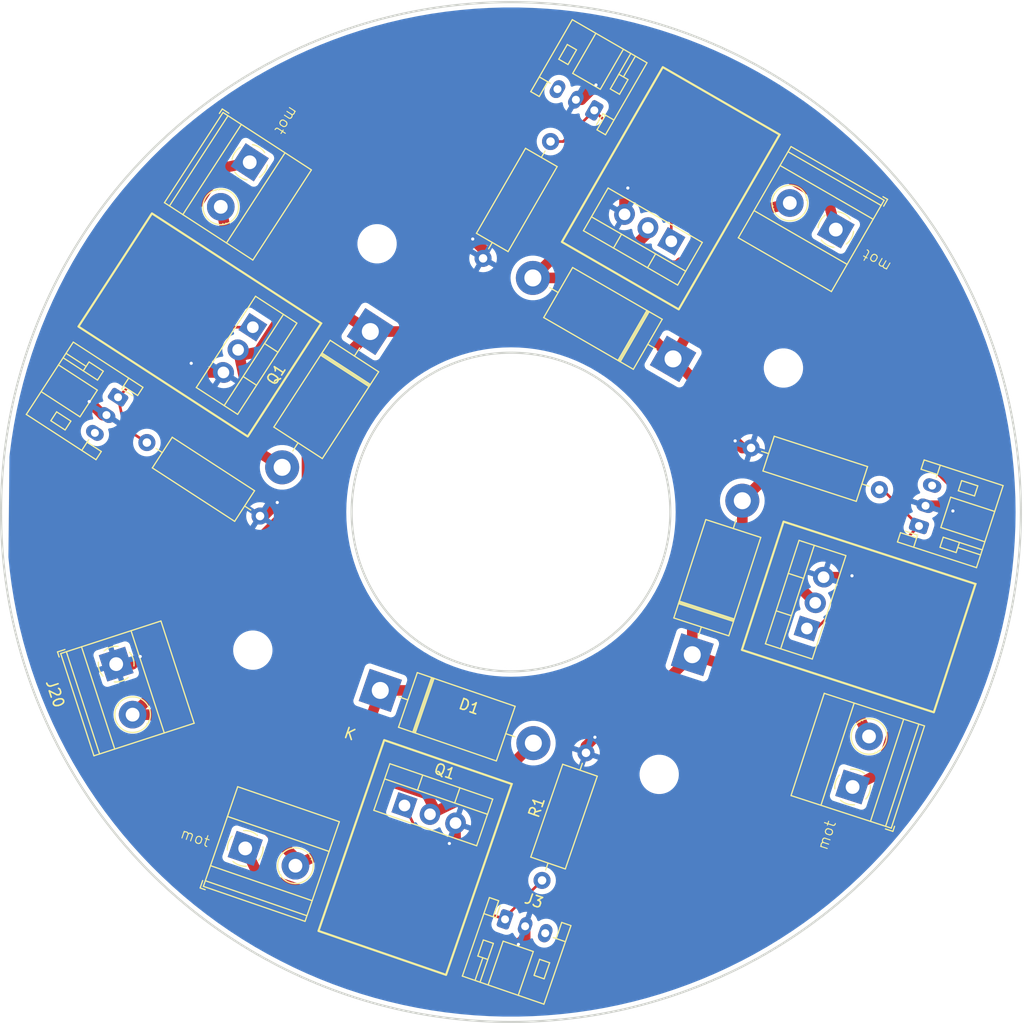
<source format=kicad_pcb>
(kicad_pcb (version 20240108) (generator "pcbnew") (generator_version "8.0")
  (title_block (title "cloches sous tension") (date "2024-12-05") (rev "1") (company "elif"))
  (layers (0 "F.Cu" signal) (1 "In1.Cu" signal) (2 "In2.Cu" signal) (31 "B.Cu" signal) (34 "B.Paste" user) (35 "F.Paste" user) (36 "B.SilkS" user "B.Silkscreen") (37 "F.SilkS" user "F.Silkscreen") (38 "B.Mask" user) (39 "F.Mask" user) (44 "Edge.Cuts" user))
  (net 0 "")
  (net 1 "+48V")
  (net 2 "io0")
  (net 3 "GND")
  (footprint "MountingHole:MountingHole_3.2mm_M3" (layer "F.Cu") (at 172.556228 74.467442 73)
    (property "Reference" "H1" (hide yes))
    (property "Value" "MountingHole" (hide yes))
    (pad "" np_thru_hole circle (at 0 0 73) (size 3.2 3.2) (drill 3.2) (layers "*.Mask" "F.Cu" "In1.Cu" "In2.Cu" "B.Cu"))
  )
  (footprint "Diode_THT:D_DO-201AD_P15.24mm_Horizontal" (layer "F.Cu") (at 133.670091 71.035182 -123)
    (property "Reference" "D1" (hide yes))
    (property "Value" "1N5404")
    (fp_line (start 12.49 2.719999) (end 12.49 -2.720001) (stroke (width 0.12)) (layer "F.SilkS"))
    (fp_line (start 13.400001 0.000002) (end 12.49 -0.000001) (stroke (width 0.12)) (layer "F.SilkS"))
    (fp_line (start 12.49 -2.720001) (end 2.75 -2.719997) (stroke (width 0.12)) (layer "F.SilkS"))
    (fp_line (start 2.749999 2.720003) (end 12.49 2.719999) (stroke (width 0.12)) (layer "F.SilkS"))
    (fp_line (start 1.839998 -0.000001) (end 2.749999 0.000001) (stroke (width 0.12)) (layer "F.SilkS"))
    (fp_line (start 4.415 -2.719999) (end 4.414999 2.719999) (stroke (width 0.12)) (layer "F.SilkS"))
    (fp_line (start 4.294998 -2.720001) (end 4.295003 2.719999) (stroke (width 0.12)) (layer "F.SilkS"))
    (fp_line (start 4.175 -2.720002) (end 4.174999 2.719998) (stroke (width 0.12)) (layer "F.SilkS"))
    (fp_line (start 2.75 -2.719997) (end 2.749999 2.720003) (stroke (width 0.12)) (layer "F.SilkS"))
    (pad "1" thru_hole rect (at 0 0 237) (size 3.2 3.2) (drill 1.6) (layers "*.Cu" "*.Mask") (net 1 "+48V"))
    (pad "2" thru_hole oval (at 15.24 0 237) (size 3.2 3.2) (drill 1.6) (layers "*.Cu" "*.Mask") (net 1 "+48V"))
  )
  (footprint "Package_TO_SOT_THT:TO-220-3_Vertical" (layer "F.Cu") (at 136.884537 115.649859 -19)
    (property "Reference" "Q1" (at 2.540003 -4.269988 161) (layer "F.SilkS"))
    (property "Value" "IRL540N")
    (fp_line (start -2.580001 1.370991) (end 7.659999 1.371011) (stroke (width 0.12)) (layer "F.SilkS"))
    (fp_line (start -2.579998 -1.759998) (end 7.660004 -1.759984) (stroke (width 0.12)) (layer "F.SilkS"))
    (fp_line (start -2.580005 -3.270014) (end -2.580001 1.370991) (stroke (width 0.12)) (layer "F.SilkS"))
    (fp_line (start -2.580005 -3.270014) (end 7.659991 -3.27001) (stroke (width 0.12)) (layer "F.SilkS"))
    (fp_line (start 0.69 -3.270008) (end 0.689991 -1.759984) (stroke (width 0.12)) (layer "F.SilkS"))
    (fp_line (start 4.391003 -3.270004) (end 4.391005 -1.759999) (stroke (width 0.12)) (layer "F.SilkS"))
    (fp_line (start 7.659991 -3.27001) (end 7.659999 1.371011) (stroke (width 0.12)) (layer "F.SilkS"))
    (pad "1" thru_hole rect (at 0 0 341) (size 1.905 2) (drill 1.1) (layers "*.Cu" "*.Mask") (net 2 "io0"))
    (pad "2" thru_hole oval (at 2.539999 -0.000011 341) (size 1.905 2) (drill 1.1) (layers "*.Cu" "*.Mask") (net 1 "+48V"))
    (pad "3" thru_hole oval (at 5.080006 -0.000003 341) (size 1.905 2) (drill 1.1) (layers "*.Cu" "*.Mask") (net 3 "GND"))
  )
  (footprint "Connector_JST:JST_PH_S3B-PH-K_1x03_P2.00mm_Horizontal" (layer "F.Cu") (at 146.351512 126.365816 -19)
    (property "Reference" "J3" (at 2.000013 -2.550005 161) (layer "F.SilkS"))
    (property "Value" "jst_mosfet")
    (fp_line (start -2.059997 6.360003) (end 6.059986 6.36) (stroke (width 0.12)) (layer "F.SilkS"))
    (fp_line (start -1.300004 4.100009) (end -0.300006 4.099998) (stroke (width 0.12)) (layer "F.SilkS"))
    (fp_line (start -0.800008 4.100002) (end -0.800002 6.360005) (stroke (width 0.12)) (layer "F.SilkS"))
    (fp_line (start -1.299999 2.499996) (end -1.300004 4.100009) (stroke (width 0.12)) (layer "F.SilkS"))
    (fp_line (start -2.059989 0.139999) (end -1.14002 0.139986) (stroke (width 0.12)) (layer "F.SilkS"))
    (fp_line (start -0.300006 4.099998) (end -0.299993 6.360008) (stroke (width 0.12)) (layer "F.SilkS"))
    (fp_line (start -0.300006 4.099998) (end -0.29999 2.500028) (stroke (width 0.12)) (layer "F.SilkS"))
    (fp_line (start 0.500001 6.360005) (end 0.5 1.999996) (stroke (width 0.12)) (layer "F.SilkS"))
    (fp_line (start -2.060015 -1.460008) (end -2.059997 6.360003) (stroke (width 0.12)) (layer "F.SilkS"))
    (fp_line (start -1.14002 0.139986) (end -1.139998 -1.460017) (stroke (width 0.12)) (layer "F.SilkS"))
    (fp_line (start -0.29999 2.500028) (end -1.299999 2.499996) (stroke (width 0.12)) (layer "F.SilkS"))
    (fp_line (start -0.860004 0.14001) (end -1.14002 0.139986) (stroke (width 0.12)) (layer "F.SilkS"))
    (fp_line (start -0.860004 0.14001) (end -0.860013 -1.075011) (stroke (width 0.12)) (layer "F.SilkS"))
    (fp_line (start -1.139998 -1.460017) (end -2.060015 -1.460008) (stroke (width 0.12)) (layer "F.SilkS"))
    (fp_line (start 0.5 1.999996) (end 3.500005 1.999996) (stroke (width 0.12)) (layer "F.SilkS"))
    (fp_line (start 3.500005 1.999996) (end 3.499988 6.360009) (stroke (width 0.12)) (layer "F.SilkS"))
    (fp_line (start 4.299999 4.100015) (end 4.300014 2.499998) (stroke (width 0.12)) (layer "F.SilkS"))
    (fp_line (start 4.300014 2.499998) (end 5.299991 2.500018) (stroke (width 0.12)) (layer "F.SilkS"))
    (fp_line (start 6.059986 6.36) (end 6.060008 -1.459983) (stroke (width 0.12)) (layer "F.SilkS"))
    (fp_line (start 5.300006 4.099988) (end 4.299999 4.100015) (stroke (width 0.12)) (layer "F.SilkS"))
    (fp_line (start 5.299991 2.500018) (end 5.300006 4.099988) (stroke (width 0.12)) (layer "F.SilkS"))
    (fp_line (start 5.139982 0.139999) (end 4.859991 0.139999) (stroke (width 0.12)) (layer "F.SilkS"))
    (fp_line (start 5.140021 -1.46) (end 5.139982 0.139999) (stroke (width 0.12)) (layer "F.SilkS"))
    (fp_line (start 6.06001 0.139989) (end 5.139982 0.139999) (stroke (width 0.12)) (layer "F.SilkS"))
    (fp_line (start 6.060008 -1.459983) (end 5.140021 -1.46) (stroke (width 0.12)) (layer "F.SilkS"))
    (pad "1" thru_hole roundrect (at 0 0 341) (size 1.2 1.75) (drill 0.75) (layers "*.Cu" "*.Mask") (roundrect_rratio 0.208333) (net 2 "io0"))
    (pad "2" thru_hole oval (at 2.000001 -0.000015 341) (size 1.2 1.75) (drill 0.75) (layers "*.Cu" "*.Mask") (net 3 "GND"))
    (pad "3" thru_hole oval (at 3.999997 0.000012 341) (size 1.2 1.75) (drill 0.75) (layers "*.Cu" "*.Mask"))
  )
  (footprint "Resistor_THT:R_Axial_DIN0309_L9.0mm_D3.2mm_P12.70mm_Horizontal" (layer "F.Cu") (at 150.6324 53.148237 -120)
    (property "Reference" "R1" (hide yes))
    (property "Value" "10K")
    (fp_line (start 10.97 1.719999) (end 10.969999 -1.72) (stroke (width 0.12)) (layer "F.SilkS"))
    (fp_line (start 11.659999 -0.000001) (end 10.969998 0) (stroke (width 0.12)) (layer "F.SilkS"))
    (fp_line (start 10.969999 -1.72) (end 1.729999 -1.720001) (stroke (width 0.12)) (layer "F.SilkS"))
    (fp_line (start 1.730002 1.720001) (end 10.97 1.719999) (stroke (width 0.12)) (layer "F.SilkS"))
    (fp_line (start 1.04 0) (end 1.73 0) (stroke (width 0.12)) (layer "F.SilkS"))
    (fp_line (start 1.729999 -1.720001) (end 1.730002 1.720001) (stroke (width 0.12)) (layer "F.SilkS"))
    (pad "1" thru_hole circle (at 0 0 240) (size 1.6 1.6) (drill 0.8) (layers "*.Cu" "*.Mask") (net 2 "io0"))
    (pad "2" thru_hole oval (at 12.7 0 240) (size 1.6 1.6) (drill 0.8) (layers "*.Cu" "*.Mask") (net 3 "GND"))
  )
  (footprint "Package_TO_SOT_THT:TO-220-3_Vertical" (layer "F.Cu") (at 122.60917 70.62476 -123)
    (property "Reference" "Q1" (at 2.54 -4.270001 57) (layer "F.SilkS"))
    (property "Value" "IRL540N")
    (fp_line (start 7.66 -3.270004) (end 7.660001 1.371) (stroke (width 0.12)) (layer "F.SilkS"))
    (fp_line (start -2.579997 1.370999) (end 7.660001 1.371) (stroke (width 0.12)) (layer "F.SilkS"))
    (fp_line (start 4.391 -3.270002) (end 4.391001 -1.759999) (stroke (width 0.12)) (layer "F.SilkS"))
    (fp_line (start 0.689999 -3.269999) (end 0.69 -1.760001) (stroke (width 0.12)) (layer "F.SilkS"))
    (fp_line (start -2.58 -1.760001) (end 7.660002 -1.759999) (stroke (width 0.12)) (layer "F.SilkS"))
    (fp_line (start -2.579999 -3.270001) (end 7.66 -3.270004) (stroke (width 0.12)) (layer "F.SilkS"))
    (fp_line (start -2.579999 -3.270001) (end -2.579997 1.370999) (stroke (width 0.12)) (layer "F.SilkS"))
    (pad "1" thru_hole rect (at 0 0 237) (size 1.905 2) (drill 1.1) (layers "*.Cu" "*.Mask") (net 2 "io0"))
    (pad "2" thru_hole oval (at 2.540001 -0.000001 237) (size 1.905 2) (drill 1.1) (layers "*.Cu" "*.Mask") (net 1 "+48V"))
    (pad "3" thru_hole oval (at 5.08 -0.000001 237) (size 1.905 2) (drill 1.1) (layers "*.Cu" "*.Mask") (net 3 "GND"))
  )
  (footprint "Diode_THT:D_DO-201AD_P15.24mm_Horizontal" (layer "F.Cu") (at 162.168435 73.60724 150)
    (property "Reference" "D1" (hide yes))
    (property "Value" "1N5404")
    (fp_line (start 12.490001 -2.72) (end 2.749998 -2.719999) (stroke (width 0.12)) (layer "F.SilkS"))
    (fp_line (start 13.400001 0) (end 12.49 0) (stroke (width 0.12)) (layer "F.SilkS"))
    (fp_line (start 12.489999 2.719999) (end 12.490001 -2.72) (stroke (width 0.12)) (layer "F.SilkS"))
    (fp_line (start 4.414999 -2.719999) (end 4.414999 2.719999) (stroke (width 0.12)) (layer "F.SilkS"))
    (fp_line (start 4.294999 -2.720001) (end 4.295 2.72) (stroke (width 0.12)) (layer "F.SilkS"))
    (fp_line (start 4.175 -2.72) (end 4.175 2.72) (stroke (width 0.12)) (layer "F.SilkS"))
    (fp_line (start 2.749998 -2.719999) (end 2.75 2.720001) (stroke (width 0.12)) (layer "F.SilkS"))
    (fp_line (start 1.839998 0.000001) (end 2.75 0) (stroke (width 0.12)) (layer "F.SilkS"))
    (fp_line (start 2.75 2.720001) (end 12.489999 2.719999) (stroke (width 0.12)) (layer "F.SilkS"))
    (pad "1" thru_hole rect (at 0 0 150) (size 3.2 3.2) (drill 1.6) (layers "*.Cu" "*.Mask") (net 1 "+48V"))
    (pad "2" thru_hole oval (at 15.240001 0 150) (size 3.2 3.2) (drill 1.6) (layers "*.Cu" "*.Mask") (net 1 "+48V"))
  )
  (footprint "Resistor_THT:R_Axial_DIN0309_L9.0mm_D3.2mm_P12.70mm_Horizontal" (layer "F.Cu") (at 149.83473 122.700138 71)
    (property "Reference" "R1" (at 6.350001 -2.720005 71) (layer "F.SilkS"))
    (property "Value" "10K")
    (fp_line (start 1.729992 -1.720008) (end 1.729992 1.719991) (stroke (width 0.12)) (layer "F.SilkS"))
    (fp_line (start 1.039999 0.000006) (end 1.729998 0.000006) (stroke (width 0.12)) (layer "F.SilkS"))
    (fp_line (start 10.969997 -1.720006) (end 1.729992 -1.720008) (stroke (width 0.12)) (layer "F.SilkS"))
    (fp_line (start 1.729992 1.719991) (end 10.970001 1.720001) (stroke (width 0.12)) (layer "F.SilkS"))
    (fp_line (start 11.659995 -0.000006) (end 10.970006 0.000007) (stroke (width 0.12)) (layer "F.SilkS"))
    (fp_line (start 10.970001 1.720001) (end 10.969997 -1.720006) (stroke (width 0.12)) (layer "F.SilkS"))
    (pad "1" thru_hole circle (at 0 0 71) (size 1.6 1.6) (drill 0.8) (layers "*.Cu" "*.Mask") (net 2 "io0"))
    (pad "2" thru_hole oval (at 12.699993 -0.000011 71) (size 1.6 1.6) (drill 0.8) (layers "*.Cu" "*.Mask") (net 3 "GND"))
  )
  (footprint "Diode_THT:D_DO-201AD_P15.24mm_Horizontal" (layer "F.Cu") (at 134.606873 104.818206 -19)
    (property "Reference" "D1" (at 8.420007 -1.299986 161) (layer "F.SilkS"))
    (property "Value" "1N5404")
    (fp_line (start 2.750012 2.720004) (end 12.489994 2.720001) (stroke (width 0.12)) (layer "F.SilkS"))
    (fp_line (start 1.839995 0.000002) (end 2.750002 0.000017) (stroke (width 0.12)) (layer "F.SilkS"))
    (fp_line (start 2.750001 -2.72) (end 2.750012 2.720004) (stroke (width 0.12)) (layer "F.SilkS"))
    (fp_line (start 4.174993 -2.720003) (end 4.175006 2.719999) (stroke (width 0.12)) (layer "F.SilkS"))
    (fp_line (start 4.294992 -2.720012) (end 4.294988 2.720002) (stroke (width 0.12)) (layer "F.SilkS"))
    (fp_line (start 4.415006 -2.719997) (end 4.414999 2.719991) (stroke (width 0.12)) (layer "F.SilkS"))
    (fp_line (start 12.489994 2.720001) (end 12.489999 -2.720005) (stroke (width 0.12)) (layer "F.SilkS"))
    (fp_line (start 13.4 -0.000003) (end 12.490001 0) (stroke (width 0.12)) (layer "F.SilkS"))
    (fp_line (start 12.489999 -2.720005) (end 2.750001 -2.72) (stroke (width 0.12)) (layer "F.SilkS"))
    (fp_text user "K" (at -1.379986 4.800007 161) (layer "F.SilkS"))
    (pad "1" thru_hole rect (at 0 0 341) (size 3.2 3.2) (drill 1.6) (layers "*.Cu" "*.Mask") (net 1 "+48V"))
    (pad "2" thru_hole oval (at 15.240004 0.000001 341) (size 3.2 3.2) (drill 1.6) (layers "*.Cu" "*.Mask") (net 1 "+48V"))
  )
  (footprint "Diode_THT:D_DO-201AD_P15.24mm_Horizontal" (layer "F.Cu") (at 163.977158 101.454289 72)
    (property "Reference" "D1" (hide yes))
    (property "Value" "1N5404")
    (fp_line (start 2.75 -2.72) (end 2.75 2.72) (stroke (width 0.12)) (layer "F.SilkS"))
    (fp_line (start 4.175 -2.72) (end 4.175 2.72) (stroke (width 0.12)) (layer "F.SilkS"))
    (fp_line (start 4.295 -2.72) (end 4.295001 2.72) (stroke (width 0.12)) (layer "F.SilkS"))
    (fp_line (start 4.415 -2.72) (end 4.415 2.72) (stroke (width 0.12)) (layer "F.SilkS"))
    (fp_line (start 1.839999 0) (end 2.75 0) (stroke (width 0.12)) (layer "F.SilkS"))
    (fp_line (start 12.49 -2.72) (end 2.75 -2.72) (stroke (width 0.12)) (layer "F.SilkS"))
    (fp_line (start 2.75 2.72) (end 12.49 2.72) (stroke (width 0.12)) (layer "F.SilkS"))
    (fp_line (start 13.4 0) (end 12.49 0) (stroke (width 0.12)) (layer "F.SilkS"))
    (fp_line (start 12.49 2.72) (end 12.49 -2.72) (stroke (width 0.12)) (layer "F.SilkS"))
    (pad "1" thru_hole rect (at 0 0 72) (size 3.2 3.2) (drill 1.6) (layers "*.Cu" "*.Mask") (net 1 "+48V"))
    (pad "2" thru_hole oval (at 15.24 0 72) (size 3.2 3.2) (drill 1.6) (layers "*.Cu" "*.Mask") (net 1 "+48V"))
  )
  (footprint "Resistor_THT:R_Axial_DIN0309_L9.0mm_D3.2mm_P12.70mm_Horizontal" (layer "F.Cu") (at 181.590607 85.916679 162)
    (property "Reference" "R1" (hide yes))
    (property "Value" "10K")
    (fp_line (start 11.66 0) (end 10.969999 0) (stroke (width 0.12)) (layer "F.SilkS"))
    (fp_line (start 10.97 -1.72) (end 1.73 -1.72) (stroke (width 0.12)) (layer "F.SilkS"))
    (fp_line (start 10.97 1.72) (end 10.97 -1.72) (stroke (width 0.12)) (layer "F.SilkS"))
    (fp_line (start 1.73 -1.72) (end 1.730001 1.72) (stroke (width 0.12)) (layer "F.SilkS"))
    (fp_line (start 1.730001 1.72) (end 10.97 1.72) (stroke (width 0.12)) (layer "F.SilkS"))
    (fp_line (start 1.04 0) (end 1.73 0) (stroke (width 0.12)) (layer "F.SilkS"))
    (pad "1" thru_hole circle (at 0 0 162) (size 1.6 1.6) (drill 0.8) (layers "*.Cu" "*.Mask") (net 2 "io0"))
    (pad "2" thru_hole oval (at 12.7 0 162) (size 1.6 1.6) (drill 0.8) (layers "*.Cu" "*.Mask") (net 3 "GND"))
  )
  (footprint "Resistor_THT:R_Axial_DIN0309_L9.0mm_D3.2mm_P12.70mm_Horizontal" (layer "F.Cu") (at 112.635376 81.484664 -33)
    (property "Reference" "R1" (hide yes))
    (property "Value" "10K")
    (fp_line (start 1.730001 1.720001) (end 10.97 1.720002) (stroke (width 0.12)) (layer "F.SilkS"))
    (fp_line (start 1.04 0.000004) (end 1.73 0) (stroke (width 0.12)) (layer "F.SilkS"))
    (fp_line (start 1.729999 -1.719999) (end 1.730001 1.720001) (stroke (width 0.12)) (layer "F.SilkS"))
    (fp_line (start 10.97 1.720002) (end 10.970001 -1.719998) (stroke (width 0.12)) (layer "F.SilkS"))
    (fp_line (start 11.659999 -0.000002) (end 10.969999 0.000001) (stroke (width 0.12)) (layer "F.SilkS"))
    (fp_line (start 10.970001 -1.719998) (end 1.729999 -1.719999) (stroke (width 0.12)) (layer "F.SilkS"))
    (pad "1" thru_hole circle (at 0 0 327) (size 1.6 1.6) (drill 0.8) (layers "*.Cu" "*.Mask") (net 2 "io0"))
    (pad "2" thru_hole oval (at 12.7 0.000002 327) (size 1.6 1.6) (drill 0.8) (layers "*.Cu" "*.Mask") (net 3 "GND"))
  )
  (footprint "Connector_JST:JST_PH_S3B-PH-K_1x03_P2.00mm_Horizontal" (layer "F.Cu") (at 154.751054 50.214521 150)
    (property "Reference" "J3" (hide yes))
    (property "Value" "jst_mosfet")
    (fp_line (start 6.06 -1.460001) (end 5.14 -1.46) (stroke (width 0.12)) (layer "F.SilkS"))
    (fp_line (start 5.14 -1.46) (end 5.139999 0.140001) (stroke (width 0.12)) (layer "F.SilkS"))
    (fp_line (start 6.06 0.139999) (end 5.139999 0.140001) (stroke (width 0.12)) (layer "F.SilkS"))
    (fp_line (start 5.139999 0.140001) (end 4.860002 0.14) (stroke (width 0.12)) (layer "F.SilkS"))
    (fp_line (start 5.3 2.499999) (end 5.300001 4.099999) (stroke (width 0.12)) (layer "F.SilkS"))
    (fp_line (start 5.300001 4.099999) (end 4.3 4.100001) (stroke (width 0.12)) (layer "F.SilkS"))
    (fp_line (start 4.300002 2.5) (end 5.3 2.499999) (stroke (width 0.12)) (layer "F.SilkS"))
    (fp_line (start 6.060001 6.359999) (end 6.06 -1.460001) (stroke (width 0.12)) (layer "F.SilkS"))
    (fp_line (start 3.499999 2) (end 3.500001 6.359999) (stroke (width 0.12)) (layer "F.SilkS"))
    (fp_line (start 4.3 4.100001) (end 4.300002 2.5) (stroke (width 0.12)) (layer "F.SilkS"))
    (fp_line (start -1.139999 -1.46) (end -2.06 -1.459999) (stroke (width 0.12)) (layer "F.SilkS"))
    (fp_line (start 0.499999 2.000001) (end 3.499999 2) (stroke (width 0.12)) (layer "F.SilkS"))
    (fp_line (start -0.860001 0.140001) (end -0.86 -1.075001) (stroke (width 0.12)) (layer "F.SilkS"))
    (fp_line (start -0.860001 0.140001) (end -1.140001 0.14) (stroke (width 0.12)) (layer "F.SilkS"))
    (fp_line (start -2.06 -1.459999) (end -2.06 6.359999) (stroke (width 0.12)) (layer "F.SilkS"))
    (fp_line (start -1.140001 0.14) (end -1.139999 -1.46) (stroke (width 0.12)) (layer "F.SilkS"))
    (fp_line (start -0.299999 2.5) (end -1.299998 2.500001) (stroke (width 0.12)) (layer "F.SilkS"))
    (fp_line (start -2.059998 0.140001) (end -1.140001 0.14) (stroke (width 0.12)) (layer "F.SilkS"))
    (fp_line (start -0.3 4.1) (end -0.299999 2.5) (stroke (width 0.12)) (layer "F.SilkS"))
    (fp_line (start -0.3 4.1) (end -0.299998 6.36) (stroke (width 0.12)) (layer "F.SilkS"))
    (fp_line (start -1.299998 2.500001) (end -1.3 4.1) (stroke (width 0.12)) (layer "F.SilkS"))
    (fp_line (start -0.800001 4.1) (end -0.8 6.36) (stroke (width 0.12)) (layer "F.SilkS"))
    (fp_line (start 0.5 6.36) (end 0.499999 2.000001) (stroke (width 0.12)) (layer "F.SilkS"))
    (fp_line (start -1.3 4.1) (end -0.3 4.1) (stroke (width 0.12)) (layer "F.SilkS"))
    (fp_line (start -2.06 6.359999) (end 6.060001 6.359999) (stroke (width 0.12)) (layer "F.SilkS"))
    (pad "1" thru_hole roundrect (at 0 0 150) (size 1.2 1.75) (drill 0.75) (layers "*.Cu" "*.Mask") (roundrect_rratio 0.208333) (net 2 "io0"))
    (pad "2" thru_hole oval (at 1.999999 0 150) (size 1.2 1.75) (drill 0.75) (layers "*.Cu" "*.Mask") (net 3 "GND"))
    (pad "3" thru_hole oval (at 4 0.000001 150) (size 1.2 1.75) (drill 0.75) (layers "*.Cu" "*.Mask"))
  )
  (footprint "TerminalBlock_Phoenix:TerminalBlock_Phoenix_MKDS-1,5-2_1x02_P5.00mm_Horizontal" (layer "F.Cu") (at 109.746555 102.34137 -72)
    (property "Reference" "J20" (at 0.874212 6.316692 108) (layer "F.SilkS"))
    (property "Value" "alimentation")
    (fp_line (start -2.800001 4.899999) (end -2.3 4.899999) (stroke (width 0.12)) (layer "F.SilkS"))
    (fp_line (start -2.56 4.66) (end 7.56 4.66) (stroke (width 0.12)) (layer "F.SilkS"))
    (fp_line (start -2.799999 4.16) (end -2.800001 4.899999) (stroke (width 0.12)) (layer "F.SilkS"))
    (fp_line (start -2.56 4.1) (end 7.56 4.1) (stroke (width 0.12)) (layer "F.SilkS"))
    (fp_line (start -2.56 2.599998) (end 7.560001 2.6) (stroke (width 0.12)) (layer "F.SilkS"))
    (fp_line (start 3.966 1.238999) (end 3.931001 1.274) (stroke (width 0.12)) (layer "F.SilkS"))
    (fp_line (start 3.773 1.022999) (end 3.725999 1.069001) (stroke (width 0.12)) (layer "F.SilkS"))
    (fp_line (start -2.56 -2.301001) (end 7.559999 -2.301) (stroke (width 0.12)) (layer "F.SilkS"))
    (fp_line (start 6.275 -1.069) (end 6.228 -1.023001) (stroke (width 0.12)) (layer "F.SilkS"))
    (fp_line (start 6.070001 -1.275001) (end 6.035 -1.238999) (stroke (width 0.12)) (layer "F.SilkS"))
    (fp_line (start -2.56 -5.261001) (end -2.56 4.66) (stroke (width 0.12)) (layer "F.SilkS"))
    (fp_line (start -2.56 -5.261001) (end 7.56 -5.261) (stroke (width 0.12)) (layer "F.SilkS"))
    (fp_line (start 7.56 -5.261) (end 7.56 4.66) (stroke (width 0.12)) (layer "F.SilkS"))
    (fp_arc (start 0.028804 1.680253) (mid -0.335552 1.646659) (end -0.683999 1.535) (stroke (width 0.12)) (layer "F.SilkS"))
    (fp_arc (start 0.683318 1.534756) (mid 0.349292 1.643288) (end -0.000001 1.68) (stroke (width 0.12)) (layer "F.SilkS"))
    (fp_arc (start -1.535427 0.683042) (mid -1.680501 -0.000524) (end -1.535 -0.683999) (stroke (width 0.12)) (layer "F.SilkS"))
    (fp_arc (start 1.535427 -0.683042) (mid 1.680504 0.000524) (end 1.535 0.683999) (stroke (width 0.12)) (layer "F.SilkS"))
    (fp_arc (start -0.683042 -1.535427) (mid 0.000524 -1.680501) (end 0.683999 -1.535) (stroke (width 0.12)) (layer "F.SilkS"))
    (fp_circle (center 5 0) (end 6.680001 0) (stroke (width 0.12)) (fill none) (layer "F.SilkS"))
    (pad "1" thru_hole rect (at 0 0 288) (size 2.6 2.6) (drill 1.3) (layers "*.Cu" "*.Mask") (net 3 "GND"))
    (pad "2" thru_hole circle (at 5 0 288) (size 2.6 2.6) (drill 1.3) (layers "*.Cu" "*.Mask") (net 1 "+48V"))
  )
  (footprint "TerminalBlock_Phoenix:TerminalBlock_Phoenix_MKDS-1,5-2_1x02_P5.00mm_Horizontal" (layer "F.Cu") (at 179.067644 113.906984 72)
    (property "Reference" "J1" (hide yes))
    (property "Value" "bornier_sol_mosfet")
    (fp_line (start -2.56 -5.261) (end 7.56 -5.261) (stroke (width 0.12)) (layer "F.SilkS"))
    (fp_line (start -2.56 -5.261) (end -2.56 4.66) (stroke (width 0.12)) (layer "F.SilkS"))
    (fp_line (start -2.560001 -2.301) (end 7.56 -2.301) (stroke (width 0.12)) (layer "F.SilkS"))
    (fp_line (start 7.56 -5.261) (end 7.56 4.66) (stroke (width 0.12)) (layer "F.SilkS"))
    (fp_line (start 6.07 -1.275) (end 6.035 -1.239) (stroke (width 0.12)) (layer "F.SilkS"))
    (fp_line (start 6.275 -1.069) (end 6.228 -1.023) (stroke (width 0.12)) (layer "F.SilkS"))
    (fp_line (start -2.56 2.6) (end 7.56 2.6) (stroke (width 0.12)) (layer "F.SilkS"))
    (fp_line (start 3.773 1.023) (end 3.726 1.069) (stroke (width 0.12)) (layer "F.SilkS"))
    (fp_line (start 3.966 1.239) (end 3.931001 1.274) (stroke (width 0.12)) (layer "F.SilkS"))
    (fp_line (start -2.8 4.16) (end -2.800001 4.9) (stroke (width 0.12)) (layer "F.SilkS"))
    (fp_line (start -2.56 4.1) (end 7.56 4.1) (stroke (width 0.12)) (layer "F.SilkS"))
    (fp_line (start -2.56 4.66) (end 7.56 4.66) (stroke (width 0.12)) (layer "F.SilkS"))
    (fp_line (start -2.800001 4.9) (end -2.3 4.9) (stroke (width 0.12)) (layer "F.SilkS"))
    (fp_arc (start -0.683042 -1.535425) (mid 0.000524 -1.680504) (end 0.684 -1.535) (stroke (width 0.12)) (layer "F.SilkS"))
    (fp_arc (start 1.535425 -0.683042) (mid 1.6805 0.000525) (end 1.535 0.684) (stroke (width 0.12)) (layer "F.SilkS"))
    (fp_arc (start -1.535425 0.683042) (mid -1.680505 -0.000524) (end -1.535 -0.684) (stroke (width 0.12)) (layer "F.SilkS"))
    (fp_arc (start 0.028805 1.680253) (mid -0.335551 1.646659) (end -0.684 1.535) (stroke (width 0.12)) (layer "F.SilkS"))
    (fp_arc (start 0.683318 1.534757) (mid 0.349292 1.643288) (end 0 1.68) (stroke (width 0.12)) (layer "F.SilkS"))
    (fp_circle (center 5 0) (end 6.680001 0) (stroke (width 0.12)) (fill none) (layer "F.SilkS"))
    (pad "1" thru_hole rect (at 0 0 72) (size 2.6 2.6) (drill 1.3) (layers "*.Cu" "*.Mask") (net 1 "+48V"))
    (pad "2" thru_hole circle (at 5 0 72) (size 2.6 2.6) (drill 1.3) (layers "*.Cu" "*.Mask") (net 1 "+48V"))
  )
  (footprint "TerminalBlock_Phoenix:TerminalBlock_Phoenix_MKDS-1,5-2_1x02_P5.00mm_Horizontal" (layer "F.Cu") (at 177.486496 61.435578 150)
    (property "Reference" "J1" (hide yes))
    (property "Value" "bornier_sol_mosfet")
    (fp_line (start 7.56 -5.260999) (end 7.560001 4.660001) (stroke (width 0.12)) (layer "F.SilkS"))
    (fp_line (start 6.275001 -1.069) (end 6.227999 -1.023001) (stroke (width 0.12)) (layer "F.SilkS"))
    (fp_line (start 6.07 -1.275) (end 6.034999 -1.239001) (stroke (width 0.12)) (layer "F.SilkS"))
    (fp_line (start 3.965999 1.239) (end 3.931 1.274) (stroke (width 0.12)) (layer "F.SilkS"))
    (fp_line (start 3.773 1.023) (end 3.725999 1.069) (stroke (width 0.12)) (layer "F.SilkS"))
    (fp_line (start -2.559999 -5.261001) (end 7.56 -5.260999) (stroke (width 0.12)) (layer "F.SilkS"))
    (fp_line (start -2.559999 -5.261001) (end -2.56 4.66) (stroke (width 0.12)) (layer "F.SilkS"))
    (fp_line (start -2.56 -2.301) (end 7.56 -2.301) (stroke (width 0.12)) (layer "F.SilkS"))
    (fp_line (start -2.559999 2.600001) (end 7.560001 2.599999) (stroke (width 0.12)) (layer "F.SilkS"))
    (fp_line (start -2.56 4.1) (end 7.559999 4.1) (stroke (width 0.12)) (layer "F.SilkS"))
    (fp_line (start -2.799999 4.159999) (end -2.799999 4.899999) (stroke (width 0.12)) (layer "F.SilkS"))
    (fp_line (start -2.56 4.66) (end 7.560001 4.660001) (stroke (width 0.12)) (layer "F.SilkS"))
    (fp_line (start -2.799999 4.899999) (end -2.299999 4.899999) (stroke (width 0.12)) (layer "F.SilkS"))
    (fp_arc (start 1.535427 -0.683041) (mid 1.6805 0.000525) (end 1.535 0.684) (stroke (width 0.12)) (layer "F.SilkS"))
    (fp_arc (start -0.683041 -1.535427) (mid 0.000525 -1.680501) (end 0.684 -1.535) (stroke (width 0.12)) (layer "F.SilkS"))
    (fp_arc (start 0.683318 1.534755) (mid 0.349292 1.643292) (end 0 1.68) (stroke (width 0.12)) (layer "F.SilkS"))
    (fp_arc (start 0.028806 1.680253) (mid -0.335551 1.646659) (end -0.684 1.535) (stroke (width 0.12)) (layer "F.SilkS"))
    (fp_arc (start -1.535427 0.683041) (mid -1.680501 -0.000525) (end -1.535 -0.684) (stroke (width 0.12)) (layer "F.SilkS"))
    (fp_circle (center 5.000001 0) (end 6.679999 -0.000001) (stroke (width 0.12)) (fill none) (layer "F.SilkS"))
    (pad "1" thru_hole rect (at 0 0 150) (size 2.6 2.6) (drill 1.3) (layers "*.Cu" "*.Mask") (net 1 "+48V"))
    (pad "2" thru_hole circle (at 5.000001 0 150) (size 2.6 2.6) (drill 1.3) (layers "*.Cu" "*.Mask") (net 1 "+48V"))
  )
  (footprint "Package_TO_SOT_THT:TO-220-3_Vertical" (layer "F.Cu") (at 161.999409 62.540001 150)
    (property "Reference" "Q1" (hide yes))
    (property "Value" "IRL540N")
    (fp_line (start 7.66 -3.270002) (end 7.66 1.371) (stroke (width 0.12)) (layer "F.SilkS"))
    (fp_line (start 4.390998 -3.27) (end 4.391 -1.76) (stroke (width 0.12)) (layer "F.SilkS"))
    (fp_line (start 0.690001 -3.270001) (end 0.69 -1.76) (stroke (width 0.12)) (layer "F.SilkS"))
    (fp_line (start -2.58 -3.270001) (end 7.66 -3.270002) (stroke (width 0.12)) (layer "F.SilkS"))
    (fp_line (start -2.58 -3.270001) (end -2.579999 1.371001) (stroke (width 0.12)) (layer "F.SilkS"))
    (fp_line (start -2.58 -1.759999) (end 7.659999 -1.76) (stroke (width 0.12)) (layer "F.SilkS"))
    (fp_line (start -2.579999 1.371001) (end 7.66 1.371) (stroke (width 0.12)) (layer "F.SilkS"))
    (pad "1" thru_hole rect (at 0 0 150) (size 1.905 2) (drill 1.1) (layers "*.Cu" "*.Mask") (net 2 "io0"))
    (pad "2" thru_hole oval (at 2.540001 0.000001 150) (size 1.905 2) (drill 1.1) (layers "*.Cu" "*.Mask") (net 1 "+48V"))
    (pad "3" thru_hole oval (at 5.08 0.000001 150) (size 1.905 2) (drill 1.1) (layers "*.Cu" "*.Mask") (net 3 "GND"))
  )
  (footprint "Package_TO_SOT_THT:TO-220-3_Vertical" (layer "F.Cu") (at 174.767411 98.987949 72)
    (property "Reference" "Q1" (hide yes))
    (property "Value" "IRL540N")
    (fp_line (start -2.58 -3.27) (end 7.659999 -3.27) (stroke (width 0.12)) (layer "F.SilkS"))
    (fp_line (start -2.58 -3.27) (end -2.58 1.371) (stroke (width 0.12)) (layer "F.SilkS"))
    (fp_line (start 0.69 -3.27) (end 0.69 -1.76) (stroke (width 0.12)) (layer "F.SilkS"))
    (fp_line (start -2.58 -1.76) (end 7.66 -1.76) (stroke (width 0.12)) (layer "F.SilkS"))
    (fp_line (start 4.391 -3.27) (end 4.391 -1.76) (stroke (width 0.12)) (layer "F.SilkS"))
    (fp_line (start 7.659999 -3.27) (end 7.66 1.371) (stroke (width 0.12)) (layer "F.SilkS"))
    (fp_line (start -2.58 1.371) (end 7.66 1.371) (stroke (width 0.12)) (layer "F.SilkS"))
    (pad "1" thru_hole rect (at 0 0 72) (size 1.905 2) (drill 1.1) (layers "*.Cu" "*.Mask") (net 2 "io0"))
    (pad "2" thru_hole oval (at 2.54 0 72) (size 1.905 2) (drill 1.1) (layers "*.Cu" "*.Mask") (net 1 "+48V"))
    (pad "3" thru_hole oval (at 5.08 0 72) (size 1.905 2) (drill 1.1) (layers "*.Cu" "*.Mask") (net 3 "GND"))
  )
  (footprint "Connector_JST:JST_PH_S3B-PH-K_1x03_P2.00mm_Horizontal" (layer "F.Cu") (at 185.316531 89.335376 72)
    (property "Reference" "J3" (hide yes))
    (property "Value" "jst_mosfet")
    (fp_line (start -2.060001 -1.46) (end -2.060001 6.36) (stroke (width 0.12)) (layer "F.SilkS"))
    (fp_line (start -1.14 -1.46) (end -2.060001 -1.46) (stroke (width 0.12)) (layer "F.SilkS"))
    (fp_line (start -2.06 0.14) (end -1.14 0.14) (stroke (width 0.12)) (layer "F.SilkS"))
    (fp_line (start -1.14 0.14) (end -1.14 -1.46) (stroke (width 0.12)) (layer "F.SilkS"))
    (fp_line (start -0.86 0.14) (end -0.86 -1.075) (stroke (width 0.12)) (layer "F.SilkS"))
    (fp_line (start -0.86 0.14) (end -1.14 0.14) (stroke (width 0.12)) (layer "F.SilkS"))
    (fp_line (start 5.14 -1.46) (end 5.14 0.14) (stroke (width 0.12)) (layer "F.SilkS"))
    (fp_line (start 6.06 -1.46) (end 5.14 -1.46) (stroke (width 0.12)) (layer "F.SilkS"))
    (fp_line (start 5.14 0.14) (end 4.86 0.140001) (stroke (width 0.12)) (layer "F.SilkS"))
    (fp_line (start -1.3 2.5) (end -1.3 4.1) (stroke (width 0.12)) (layer "F.SilkS"))
    (fp_line (start 6.06 0.14) (end 5.14 0.14) (stroke (width 0.12)) (layer "F.SilkS"))
    (fp_line (start 0.5 2.000001) (end 3.5 2) (stroke (width 0.12)) (layer "F.SilkS"))
    (fp_line (start -0.3 2.5) (end -1.3 2.5) (stroke (width 0.12)) (layer "F.SilkS"))
    (fp_line (start 3.5 2) (end 3.5 6.36) (stroke (width 0.12)) (layer "F.SilkS"))
    (fp_line (start -1.3 4.1) (end -0.3 4.1) (stroke (width 0.12)) (layer "F.SilkS"))
    (fp_line (start -0.8 4.1) (end -0.8 6.36) (stroke (width 0.12)) (layer "F.SilkS"))
    (fp_line (start 4.3 2.5) (end 5.3 2.5) (stroke (width 0.12)) (layer "F.SilkS"))
    (fp_line (start -0.3 4.1) (end -0.3 2.5) (stroke (width 0.12)) (layer "F.SilkS"))
    (fp_line (start -0.3 4.1) (end -0.3 6.36) (stroke (width 0.12)) (layer "F.SilkS"))
    (fp_line (start 5.3 2.5) (end 5.3 4.1) (stroke (width 0.12)) (layer "F.SilkS"))
    (fp_line (start 4.3 4.1) (end 4.3 2.5) (stroke (width 0.12)) (layer "F.SilkS"))
    (fp_line (start -2.060001 6.36) (end 6.059999 6.36) (stroke (width 0.12)) (layer "F.SilkS"))
    (fp_line (start 5.3 4.1) (end 4.3 4.1) (stroke (width 0.12)) (layer "F.SilkS"))
    (fp_line (start 0.5 6.36) (end 0.5 2.000001) (stroke (width 0.12)) (layer "F.SilkS"))
    (fp_line (start 6.059999 6.36) (end 6.06 -1.46) (stroke (width 0.12)) (layer "F.SilkS"))
    (pad "1" thru_hole roundrect (at 0 0 72) (size 1.2 1.75) (drill 0.75) (layers "*.Cu" "*.Mask") (roundrect_rratio 0.208333) (net 2 "io0"))
    (pad "2" thru_hole oval (at 2 0 72) (size 1.2 1.75) (drill 0.75) (layers "*.Cu" "*.Mask") (net 3 "GND"))
    (pad "3" thru_hole oval (at 4 0 72) (size 1.2 1.75) (drill 0.75) (layers "*.Cu" "*.Mask"))
  )
  (footprint "MountingHole:MountingHole_3.2mm_M3" (layer "F.Cu") (at 134.304036 62.772567 73)
    (property "Reference" "H1" (hide yes))
    (property "Value" "MountingHole" (hide yes))
    (pad "" np_thru_hole circle (at 0 0 73) (size 3.2 3.2) (drill 3.2) (layers "*.Mask" "F.Cu" "In1.Cu" "In2.Cu" "B.Cu"))
  )
  (footprint "Connector_JST:JST_PH_S3B-PH-K_1x03_P2.00mm_Horizontal" (layer "F.Cu") (at 109.921232 77.218116 -123)
    (property "Reference" "J3" (hide yes))
    (property "Value" "jst_mosfet")
    (fp_line (start 6.060001 6.359999) (end 6.059996 -1.46) (stroke (width 0.12)) (layer "F.SilkS"))
    (fp_line (start 5.300001 4.099998) (end 4.3 4.100001) (stroke (width 0.12)) (layer "F.SilkS"))
    (fp_line (start 4.3 4.100001) (end 4.300003 2.5) (stroke (width 0.12)) (layer "F.SilkS"))
    (fp_line (start 0.5 6.360001) (end 0.499999 2) (stroke (width 0.12)) (layer "F.SilkS"))
    (fp_line (start 5.3 2.500003) (end 5.300001 4.099998) (stroke (width 0.12)) (layer "F.SilkS"))
    (fp_line (start 4.300003 2.5) (end 5.3 2.500003) (stroke (width 0.12)) (layer "F.SilkS"))
    (fp_line (start -2.060001 6.36) (end 6.060001 6.359999) (stroke (width 0.12)) (layer "F.SilkS"))
    (fp_line (start 3.499999 2.000001) (end 3.499998 6.360001) (stroke (width 0.12)) (layer "F.SilkS"))
    (fp_line (start 6.060001 0.139998) (end 5.139999 0.140002) (stroke (width 0.12)) (layer "F.SilkS"))
    (fp_line (start -0.3 4.099997) (end -0.3 6.360001) (stroke (width 0.12)) (layer "F.SilkS"))
    (fp_line (start -0.3 4.099997) (end -0.299997 2.500001) (stroke (width 0.12)) (layer "F.SilkS"))
    (fp_line (start -0.8 4.1) (end -0.8 6.360002) (stroke (width 0.12)) (layer "F.SilkS"))
    (fp_line (start 5.139999 0.140002) (end 4.86 0.140001) (stroke (width 0.12)) (layer "F.SilkS"))
    (fp_line (start -1.300001 4.100001) (end -0.3 4.099997) (stroke (width 0.12)) (layer "F.SilkS"))
    (fp_line (start 6.059996 -1.46) (end 5.14 -1.459996) (stroke (width 0.12)) (layer "F.SilkS"))
    (fp_line (start 0.499999 2) (end 3.499999 2.000001) (stroke (width 0.12)) (layer "F.SilkS"))
    (fp_line (start -0.299997 2.500001) (end -1.300001 2.5) (stroke (width 0.12)) (layer "F.SilkS"))
    (fp_line (start 5.14 -1.459996) (end 5.139999 0.140002) (stroke (width 0.12)) (layer "F.SilkS"))
    (fp_line (start -1.300001 2.5) (end -1.300001 4.100001) (stroke (width 0.12)) (layer "F.SilkS"))
    (fp_line (start -0.860002 0.140002) (end -1.140002 0.139999) (stroke (width 0.12)) (layer "F.SilkS"))
    (fp_line (start -0.860002 0.140002) (end -0.860002 -1.075001) (stroke (width 0.12)) (layer "F.SilkS"))
    (fp_line (start -1.140002 0.139999) (end -1.139999 -1.460003) (stroke (width 0.12)) (layer "F.SilkS"))
    (fp_line (start -2.059997 0.139999) (end -1.140002 0.139999) (stroke (width 0.12)) (layer "F.SilkS"))
    (fp_line (start -1.139999 -1.460003) (end -2.06 -1.459999) (stroke (width 0.12)) (layer "F.SilkS"))
    (fp_line (start -2.06 -1.459999) (end -2.060001 6.36) (stroke (width 0.12)) (layer "F.SilkS"))
    (pad "1" thru_hole roundrect (at 0 0 237) (size 1.2 1.75) (drill 0.75) (layers "*.Cu" "*.Mask") (roundrect_rratio 0.208333) (net 2 "io0"))
    (pad "2" thru_hole oval (at 1.999998 -0.000003 237) (size 1.2 1.75) (drill 0.75) (layers "*.Cu" "*.Mask") (net 3 "GND"))
    (pad "3" thru_hole oval (at 4 0 237) (size 1.2 1.75) (drill 0.75) (layers "*.Cu" "*.Mask"))
  )
  (footprint "TerminalBlock_Phoenix:TerminalBlock_Phoenix_MKDS-1,5-2_1x02_P5.00mm_Horizontal" (layer "F.Cu") (at 122.316793 55.101095 -123)
    (property "Reference" "J1" (hide yes))
    (property "Value" "bornier_sol_mosfet")
    (fp_line (start 3.966002 1.238999) (end 3.930999 1.274) (stroke (width 0.12)) (layer "F.SilkS"))
    (fp_line (start 3.773001 1.023) (end 3.726 1.068999) (stroke (width 0.12)) (layer "F.SilkS"))
    (fp_line (start -2.8 4.900001) (end -2.299998 4.9) (stroke (width 0.12)) (layer "F.SilkS"))
    (fp_line (start 6.275001 -1.069) (end 6.227998 -1.023001) (stroke (width 0.12)) (layer "F.SilkS"))
    (fp_line (start -2.560001 4.659998) (end 7.560002 4.660002) (stroke (width 0.12)) (layer "F.SilkS"))
    (fp_line (start 6.070002 -1.275002) (end 6.035 -1.239) (stroke (width 0.12)) (layer "F.SilkS"))
    (fp_line (start -2.560001 4.099999) (end 7.559998 4.099998) (stroke (width 0.12)) (layer "F.SilkS"))
    (fp_line (start -2.799998 4.159998) (end -2.8 4.900001) (stroke (width 0.12)) (layer "F.SilkS"))
    (fp_line (start -2.560001 2.6) (end 7.559999 2.6) (stroke (width 0.12)) (layer "F.SilkS"))
    (fp_line (start 7.560001 -5.260999) (end 7.560002 4.660002) (stroke (width 0.12)) (layer "F.SilkS"))
    (fp_line (start -2.559998 -2.301) (end 7.559999 -2.301001) (stroke (width 0.12)) (layer "F.SilkS"))
    (fp_line (start -2.560002 -5.261001) (end -2.560001 4.659998) (stroke (width 0.12)) (layer "F.SilkS"))
    (fp_line (start -2.560002 -5.261001) (end 7.560001 -5.260999) (stroke (width 0.12)) (layer "F.SilkS"))
    (fp_arc (start 0.683318 1.534756) (mid 0.349292 1.643285) (end 0.000001 1.68) (stroke (width 0.12)) (layer "F.SilkS"))
    (fp_arc (start 0.028805 1.68025) (mid -0.335551 1.646658) (end -0.683998 1.535001) (stroke (width 0.12)) (layer "F.SilkS"))
    (fp_arc (start 1.535427 -0.683041) (mid 1.6805 0.000523) (end 1.535001 0.683998) (stroke (width 0.12)) (layer "F.SilkS"))
    (fp_arc (start -1.535427 0.683041) (mid -1.680502 -0.000524) (end -1.535001 -0.683998) (stroke (width 0.12)) (layer "F.SilkS"))
    (fp_arc (start -0.683041 -1.535427) (mid 0.000524 -1.680502) (end 0.683998 -1.535001) (stroke (width 0.12)) (layer "F.SilkS"))
    (fp_circle (center 4.999999 -0.000001) (end 6.679999 0) (stroke (width 0.12)) (fill none) (layer "F.SilkS"))
    (pad "1" thru_hole rect (at 0 0 237) (size 2.6 2.6) (drill 1.3) (layers "*.Cu" "*.Mask") (net 1 "+48V"))
    (pad "2" thru_hole circle (at 4.999999 -0.000001 237) (size 2.6 2.6) (drill 1.3) (layers "*.Cu" "*.Mask") (net 1 "+48V"))
  )
  (footprint "MountingHole:MountingHole_3.2mm_M3" (layer "F.Cu") (at 122.60917 101.02476 73)
    (property "Reference" "H1" (hide yes))
    (property "Value" "MountingHole" (hide yes))
    (pad "" np_thru_hole circle (at 0 0 73) (size 3.2 3.2) (drill 3.2) (layers "*.Cu" "*.Mask"))
  )
  (footprint "MountingHole:MountingHole_3.2mm_M3" (layer "F.Cu") (at 160.861363 112.719626 73)
    (property "Reference" "H1" (hide yes))
    (property "Value" "MountingHole" (hide yes))
    (pad "" np_thru_hole circle (at 0 0 73) (size 3.2 3.2) (drill 3.2) (layers "*.Mask" "F.Cu" "In1.Cu" "In2.Cu" "B.Cu"))
  )
  (footprint "TerminalBlock_Phoenix:TerminalBlock_Phoenix_MKDS-1,5-2_1x02_P5.00mm_Horizontal" (layer "F.Cu") (at 121.892737 119.689079 -19)
    (property "Reference" "J1" (hide yes))
    (property "Value" "bornier_sol_mosfet")
    (fp_line (start -2.800003 4.899994) (end -2.300003 4.900003) (stroke (width 0.12)) (layer "F.SilkS"))
    (fp_line (start -2.800004 4.159988) (end -2.800003 4.899994) (stroke (width 0.12)) (layer "F.SilkS"))
    (fp_line (start -2.55999 4.659998) (end 7.560004 4.660016) (stroke (width 0.12)) (layer "F.SilkS"))
    (fp_line (start -2.559983 4.099994) (end 7.559984 4.100008) (stroke (width 0.12)) (layer "F.SilkS"))
    (fp_line (start -2.55999 2.600009) (end 7.559989 2.59999) (stroke (width 0.12)) (layer "F.SilkS"))
    (fp_line (start -2.55998 -2.300995) (end 7.559996 -2.301007) (stroke (width 0.12)) (layer "F.SilkS"))
    (fp_line (start -2.559999 -5.261007) (end -2.55999 4.659998) (stroke (width 0.12)) (layer "F.SilkS"))
    (fp_line (start -2.559999 -5.261007) (end 7.560008 -5.260986) (stroke (width 0.12)) (layer "F.SilkS"))
    (fp_line (start 3.773007 1.022995) (end 3.726015 1.069004) (stroke (width 0.12)) (layer "F.SilkS"))
    (fp_line (start 3.965991 1.239003) (end 3.931006 1.274011) (stroke (width 0.12)) (layer "F.SilkS"))
    (fp_line (start 6.070012 -1.274992) (end 6.03501 -1.239007) (stroke (width 0.12)) (layer "F.SilkS"))
    (fp_line (start 6.27501 -1.068999) (end 6.228002 -1.023009) (stroke (width 0.12)) (layer "F.SilkS"))
    (fp_line (start 7.560008 -5.260986) (end 7.560004 4.660016) (stroke (width 0.12)) (layer "F.SilkS"))
    (fp_arc (start -1.535411 0.683047) (mid -1.680488 -0.000515) (end -1.534993 -0.683987) (stroke (width 0.12)) (layer "F.SilkS"))
    (fp_arc (start 0.028814 1.680245) (mid -0.335541 1.646653) (end -0.683987 1.534993) (stroke (width 0.12)) (layer "F.SilkS"))
    (fp_arc (start -0.683047 -1.535411) (mid 0.000515 -1.680488) (end 0.683987 -1.534993) (stroke (width 0.12)) (layer "F.SilkS"))
    (fp_arc (start 0.683305 1.534759) (mid 0.349278 1.64329) (end -0.000014 1.679997) (stroke (width 0.12)) (layer "F.SilkS"))
    (fp_arc (start 1.535411 -0.683047) (mid 1.680488 0.000515) (end 1.534993 0.683987) (stroke (width 0.12)) (layer "F.SilkS"))
    (fp_circle (center 4.999994 -0.000012) (end 6.679997 0.000007) (stroke (width 0.12)) (fill none) (layer "F.SilkS"))
    (pad "1" thru_hole rect (at 0 0 341) (size 2.6 2.6) (drill 1.3) (layers "*.Cu" "*.Mask") (net 1 "+48V"))
    (pad "2" thru_hole circle (at 4.999994 -0.000012 341) (size 2.6 2.6) (drill 1.3) (layers "*.Cu" "*.Mask") (net 1 "+48V"))
  )
  (gr_poly (pts (xy 162.698967 68.948332) (xy 151.700443 62.598332) (xy 161.200443 46.143848) (xy 172.198967 52.493849)) (stroke (width 0.2)) (fill none) (layer "F.SilkS"))
  (gr_poly (pts (xy 168.644563 101.004586) (xy 172.569078 88.926169) (xy 190.639152 94.797492) (xy 186.714636 106.875909)) (stroke (width 0.2)) (fill none) (layer "F.SilkS"))
  (gr_poly (pts (xy 129.045333 70.261549) (xy 122.128416 80.912664) (xy 106.193677 70.564522) (xy 113.110592 59.913406)) (stroke (width 0.2)) (fill none) (layer "F.SilkS"))
  (gr_poly (pts (xy 134.975073 109.492758) (xy 146.983154 113.627461) (xy 140.797358 131.592313) (xy 128.789262 127.457613)) (stroke (width 0.2)) (fill none) (layer "F.SilkS"))
  (gr_circle (center 146.90917 88.02476) (end 194.90917 88.02476) (stroke (width 0.2)) (fill none) (layer "Edge.Cuts"))
  (gr_circle (center 146.90917 88.02476) (end 161.90917 88.02476) (stroke (width 0.2)) (fill none) (layer "Edge.Cuts"))
  (gr_text "mot" (at 126.10917 49.62476 -123) (layer "F.SilkS") (effects (font (size 1 1) (thickness 0.1)) (justify left bottom)))
  (gr_text "mot" (at 176.70917 120.02476 72) (layer "F.SilkS") (effects (font (size 1 1) (thickness 0.1)) (justify left bottom)))
  (gr_text "mot" (at 182.90917 64.62476 150) (layer "F.SilkS") (effects (font (size 1 1) (thickness 0.1)) (justify left bottom)))
  (gr_text "mot" (at 115.60917 118.72476 -19) (layer "F.SilkS") (effects (font (size 1 1) (thickness 0.1)) (justify left bottom)))
  (segment (start 127.70917 86.100223) (end 127.70917 76.996103) (width 1) (layer "F.Cu") (net 1))
  (segment (start 114.975206 62.733993) (end 124.145004 68.688926) (width 1) (layer "F.Cu") (net 1))
  (segment (start 126.620328 120.586864) (end 126.620328 121.316906) (width 1) (layer "F.Cu") (net 1))
  (segment (start 134.606873 104.818206) (end 160.613241 104.818206) (width 1) (layer "F.Cu") (net 1))
  (segment (start 134.849131 114.005093) (end 135.875537 113.504478) (width 1) (layer "F.Cu") (net 1))
  (segment (start 163.683581 64.542927) (end 169.479832 54.503527) (width 1) (layer "F.Cu") (net 1))
  (segment (start 151.54669 65.98724) (end 153.50917 64.02476) (width 1) (layer "F.Cu") (net 1))
  (segment (start 131.074965 124.966007) (end 134.849131 114.005093) (width 1) (layer "F.Cu") (net 1))
  (segment (start 111.29164 107.096653) (end 113.130117 107.096653) (width 1) (layer "F.Cu") (net 1))
  (segment (start 145.520515 113.275932) (end 145.520515 113.436105) (width 1) (layer "F.Cu") (net 1))
  (segment (start 124.934928 70.164745) (end 123.134893 72.93655) (width 1) (layer "F.Cu") (net 1))
  (segment (start 168.686577 89.706528) (end 168.686577 86.960188) (width 1) (layer "F.Cu") (net 1))
  (segment (start 189.70917 88.421816) (end 189.70917 86.52734) (width 1) (layer "F.Cu") (net 1))
  (segment (start 184.30917 101.72476) (end 190.60917 95.42476) (width 1) (layer "F.Cu") (net 1))
  (segment (start 157.50917 64.02476) (end 158.879538 64.02476) (width 1) (layer "F.Cu") (net 1))
  (segment (start 148.970207 65.98724) (end 151.54669 65.98724) (width 1) (layer "F.Cu") (net 1))
  (segment (start 122.884633 90.92476) (end 127.70917 86.100223) (width 1) (layer "F.Cu") (net 1))
  (segment (start 121.907206 73.197504) (end 121.225787 72.754984) (width 1) (layer "F.Cu") (net 1))
  (segment (start 127.70917 76.996103) (end 133.670091 71.035182) (width 1) (layer "F.Cu") (net 1))
  (segment (start 162.876082 64.542927) (end 163.683581 64.542927) (width 1) (layer "F.Cu") (net 1))
  (segment (start 163.977158 101.454289) (end 179.213083 106.404741) (width 1) (layer "F.Cu") (net 1))
  (segment (start 163.977158 101.454289) (end 163.977158 75.415963) (width 1) (layer "F.Cu") (net 1))
  (segment (start 119.550177 55.689161) (end 114.975206 62.733993) (width 1) (layer "F.Cu") (net 1))
  (segment (start 111.29164 107.096653) (end 115.10917 103.279123) (width 1) (layer "F.Cu") (net 1))
  (segment (start 160.613241 104.818206) (end 163.977158 101.454289) (width 1) (layer "F.Cu") (net 1))
  (segment (start 129.391293 119.965408) (end 126.620314 121.316912) (width 1) (layer "F.Cu") (net 1))
  (segment (start 190.60917 95.42476) (end 190.60917 89.321816) (width 1) (layer "F.Cu") (net 1))
  (segment (start 123.289888 82.465816) (end 121.225787 72.754984) (width 1) (layer "F.Cu") (net 1))
  (segment (start 139.000479 114.580479) (end 139.550669 115.708578) (width 1) (layer "F.Cu") (net 1))
  (segment (start 122.316793 55.101095) (end 119.550177 55.689161) (width 1) (layer "F.Cu") (net 1))
  (segment (start 184.30917 104.508394) (end 184.30917 101.72476) (width 1) (layer "F.Cu") (net 1))
  (segment (start 149.01658 109.779867) (end 145.520515 113.275932) (width 1) (layer "F.Cu") (net 1))
  (segment (start 124.934928 70.164745) (end 124.934928 69.47885) (width 1) (layer "F.Cu") (net 1))
  (segment (start 123.132625 122.231227) (end 131.074965 124.966007) (width 1) (layer "F.Cu") (net 1))
  (segment (start 150.932688 64.02476) (end 153.50917 64.02476) (width 1) (layer "F.Cu") (net 1))
  (segment (start 162.168435 73.60724) (end 170.178434 59.733514) (width 1) (layer "F.Cu") (net 1))
  (segment (start 181.587791 112.622905) (end 184.183534 104.63403) (width 1) (layer "F.Cu") (net 1))
  (segment (start 133.670091 71.035182) (end 120.234589 62.310065) (width 1) (layer "F.Cu") (net 1))
  (segment (start 179.067644 113.906984) (end 181.587791 112.622905) (width 1) (layer "F.Cu") (net 1))
  (segment (start 175.552314 96.572265) (end 168.686577 89.706528) (width 1) (layer "F.Cu") (net 1))
  (segment (start 148.970207 65.987241) (end 150.932688 64.02476) (width 1) (layer "F.Cu") (net 1))
  (segment (start 170.178434 59.733514) (end 173.156368 58.935579) (width 1) (layer "F.Cu") (net 1))
  (segment (start 184.183534 104.63403) (end 184.30917 104.508394) (width 1) (layer "F.Cu") (net 1))
  (segment (start 163.977158 75.415963) (end 162.168435 73.60724) (width 1) (layer "F.Cu") (net 1))
  (segment (start 159.69327 64.838492) (end 162.580517 64.838492) (width 1) (layer "F.Cu") (net 1))
  (segment (start 169.479832 54.503527) (end 176.754445 58.703527) (width 1) (layer "F.Cu") (net 1))
  (segment (start 185.70659 82.52476) (end 173.122005 82.52476) (width 1) (layer "F.Cu") (net 1))
  (segment (start 189.70917 86.52734) (end 185.70659 82.52476) (width 1) (layer "F.Cu") (net 1))
  (segment (start 115.10917 90.92476) (end 122.884633 90.92476) (width 1) (layer "F.Cu") (net 1))
  (segment (start 120.234589 62.310065) (end 119.593596 59.294449) (width 1) (layer "F.Cu") (net 1))
  (segment (start 115.10917 103.279123) (end 115.10917 90.92476) (width 1) (layer "F.Cu") (net 1))
  (segment (start 162.580517 64.838492) (end 162.876082 64.542927) (width 1) (layer "F.Cu") (net 1))
  (segment (start 158.879538 64.02476) (end 159.69327 64.838492) (width 1) (layer "F.Cu") (net 1))
  (segment (start 159.799704 61.27) (end 159.799704 61.734226) (width 1) (layer "F.Cu") (net 1))
  (segment (start 125.369791 83.816522) (end 123.289888 82.465816) (width 1) (layer "F.Cu") (net 1))
  (segment (start 135.875537 113.504478) (end 139.000479 114.580479) (width 1) (layer "F.Cu") (net 1))
  (segment (start 123.134893 72.93655) (end 121.907206 73.197504) (width 1) (layer "F.Cu") (net 1))
  (segment (start 176.754445 58.703527) (end 177.486496 61.435578) (width 1) (layer "F.Cu") (net 1))
  (segment (start 121.892737 119.689079) (end 123.132625 122.231227) (width 1) (layer "F.Cu") (net 1))
  (segment (start 133.670091 71.035182) (end 159.596377 71.035182) (width 1) (layer "F.Cu") (net 1))
  (segment (start 179.213083 106.404741) (end 180.612729 109.151702) (width 1) (layer "F.Cu") (net 1))
  (segment (start 139.550669 115.708578) (end 139.286151 116.476808) (width 1) (layer "F.Cu") (net 1))
  (segment (start 113.130117 107.096653) (end 126.620328 120.586864) (width 1) (layer "F.Cu") (net 1))
  (segment (start 159.799704 61.734226) (end 157.50917 64.02476) (width 1) (layer "F.Cu") (net 1))
  (segment (start 134.606873 104.818206) (end 129.391293 119.965408) (width 1) (layer "F.Cu") (net 1))
  (segment (start 190.60917 89.321816) (end 189.70917 88.421816) (width 1) (layer "F.Cu") (net 1))
  (segment (start 173.122005 82.52476) (end 168.686577 86.960188) (width 1) (layer "F.Cu") (net 1))
  (segment (start 124.934928 69.47885) (end 124.145004 68.688926) (width 1) (layer "F.Cu") (net 1))
  (segment (start 153.50917 64.02476) (end 157.50917 64.02476) (width 1) (layer "F.Cu") (net 1))
  (segment (start 145.520515 113.436105) (end 139.286151 116.476808) (width 1) (layer "F.Cu") (net 1))
  (segment (start 159.596377 71.035182) (end 162.168435 73.60724) (width 1) (layer "F.Cu") (net 1))
  (segment (start 146.351512 126.183356) (end 146.351512 126.365816) (width 0.25) (layer "F.Cu") (net 2))
  (segment (start 149.83473 122.700138) (end 146.351512 126.183356) (width 0.25) (layer "F.Cu") (net 2))
  (segment (start 110.5387 80.123065) (end 109.921232 77.218116) (width 0.25) (layer "F.Cu") (net 2))
  (segment (start 112.635376 81.484664) (end 110.5387 80.123065) (width 0.25) (layer "F.Cu") (net 2))
  (segment (start 151.817338 53.148237) (end 154.751054 50.214521) (width 0.25) (layer "F.Cu") (net 2))
  (segment (start 116.514588 70.62476) (end 109.921232 77.218116) (width 0.25) (layer "F.Cu") (net 2))
  (segment (start 175.663958 98.987949) (end 185.316531 89.335376) (width 0.25) (layer "F.Cu") (net 2))
  (segment (start 161.999409 62.540001) (end 161.999409 57.462876) (width 0.25) (layer "F.Cu") (net 2))
  (segment (start 181.897834 85.916679) (end 185.316531 89.335376) (width 0.25) (layer "F.Cu") (net 2))
  (segment (start 181.590607 85.916679) (end 181.897834 85.916679) (width 0.25) (layer "F.Cu") (net 2))
  (segment (start 122.60917 70.62476) (end 116.514588 70.62476) (width 0.25) (layer "F.Cu") (net 2))
  (segment (start 136.884537 115.649859) (end 141.255184 124.611022) (width 0.25) (layer "F.Cu") (net 2))
  (segment (start 150.6324 53.148237) (end 151.817338 53.148237) (width 0.25) (layer "F.Cu") (net 2))
  (segment (start 161.999409 57.462876) (end 154.751054 50.214521) (width 0.25) (layer "F.Cu") (net 2))
  (segment (start 174.767411 98.987949) (end 175.663958 98.987949) (width 0.25) (layer "F.Cu") (net 2))
  (segment (start 141.255184 124.611022) (end 146.351512 126.365816) (width 0.25) (layer "F.Cu") (net 2))
  (segment (start 157.6 60) (end 157.6 57.83393) (width 1) (layer "F.Cu") (net 3))
  (segment (start 123.286491 88.401581) (end 123.632349 88.401581) (width 1) (layer "F.Cu") (net 3))
  (segment (start 144.2824 63.29799) (end 143.30917 62.32476) (width 1) (layer "F.Cu") (net 3))
  (segment (start 148.242555 127.016938) (end 148.242555 128.091375) (width 1) (layer "F.Cu") (net 3))
  (segment (start 119.842405 74.885207) (end 117.669617 74.885207) (width 1) (layer "F.Cu") (net 3))
  (segment (start 188.017673 87.433263) (end 188.50917 87.92476) (width 1) (layer "F.Cu") (net 3))
  (segment (start 108.831957 78.895457) (end 108.479867 78.895457) (width 1) (layer "F.Cu") (net 3))
  (segment (start 157.6 57.83393) (end 157.90917 57.52476) (width 1) (layer "F.Cu") (net 3))
  (segment (start 123.632349 88.401581) (end 124.90917 87.12476) (width 1) (layer "F.Cu") (net 3))
  (segment (start 153.519409 49.214521) (end 154.90917 47.82476) (width 1) (layer "F.Cu") (net 3))
  (segment (start 141.687778 117.303744) (end 141.687778 118.646152) (width 1) (layer "F.Cu") (net 3))
  (segment (start 178.877348 94.156582) (end 179.00917 94.02476) (width 1) (layer "F.Cu") (net 3))
  (segment (start 144.2824 64.14676) (end 144.2824 63.29799) (width 1) (layer "F.Cu") (net 3))
  (segment (start 117.669617 74.885207) (end 116.80917 74.02476) (width 1) (layer "F.Cu") (net 3))
  (segment (start 108.479867 78.895457) (end 107.20917 77.62476) (width 1) (layer "F.Cu") (net 3))
  (segment (start 153.019004 49.214521) (end 153.519409 49.214521) (width 1) (layer "F.Cu") (net 3))
  (segment (start 109.746555 102.34137) (end 111.29256 102.34137) (width 1) (layer "F.Cu") (net 3))
  (segment (start 169.512189 81.992163) (end 168.676573 81.992163) (width 1) (layer "F.Cu") (net 3))
  (segment (start 168.676573 81.992163) (end 168.00917 81.32476) (width 1) (layer "F.Cu") (net 3))
  (segment (start 176.337217 94.156582) (end 178.877348 94.156582) (width 1) (layer "F.Cu") (net 3))
  (segment (start 141.687778 118.646152) (end 141.10917 119.22476) (width 1) (layer "F.Cu") (net 3))
  (segment (start 153.969433 110.064497) (end 154.80917 109.22476) (width 1) (layer "F.Cu") (net 3))
  (segment (start 153.969433 110.692055) (end 153.969433 110.064497) (width 1) (layer "F.Cu") (net 3))
  (segment (start 111.29256 102.34137) (end 112.00917 101.62476) (width 1) (layer "F.Cu") (net 3))
  (segment (start 185.934565 87.433263) (end 188.017673 87.433263) (width 1) (layer "F.Cu") (net 3))
  (segment (start 148.242555 128.091375) (end 147.60917 128.72476) (width 1) (layer "F.Cu") (net 3))
  (via (at 168.00917 81.32476) (size 0.6) (drill 0.3) (layers "F.Cu" "B.Cu") (net 3))
  (via (at 154.80917 109.22476) (size 0.6) (drill 0.3) (layers "F.Cu" "B.Cu") (net 3))
  (via (at 147.60917 128.72476) (size 0.6) (drill 0.3) (layers "F.Cu" "B.Cu") (net 3))
  (via (at 124.90917 87.12476) (size 0.6) (drill 0.3) (layers "F.Cu" "B.Cu") (net 3))
  (via (at 179.00917 94.02476) (size 0.6) (drill 0.3) (layers "F.Cu" "B.Cu") (net 3))
  (via (at 154.90917 47.82476) (size 0.6) (drill 0.3) (layers "F.Cu" "B.Cu") (net 3))
  (via (at 116.80917 74.02476) (size 0.6) (drill 0.3) (layers "F.Cu" "B.Cu") (net 3))
  (via (at 157.90917 57.52476) (size 0.6) (drill 0.3) (layers "F.Cu" "B.Cu") (net 3))
  (via (at 143.30917 62.32476) (size 0.6) (drill 0.3) (layers "F.Cu" "B.Cu") (net 3))
  (via (at 107.20917 77.62476) (size 0.6) (drill 0.3) (layers "F.Cu" "B.Cu") (net 3))
  (via (at 141.10917 119.22476) (size 0.6) (drill 0.3) (layers "F.Cu" "B.Cu") (net 3))
  (via (at 188.50917 87.92476) (size 0.6) (drill 0.3) (layers "F.Cu" "B.Cu") (net 3))
  (via (at 112.00917 101.62476) (size 0.6) (drill 0.3) (layers "F.Cu" "B.Cu") (net 3))
  (zone (net 3) (net_name "GND") (layer "B.Cu") (connect_pads (clearance 0.5)) (min_thickness 0.25) (fill yes (thermal_gap 0.5) (thermal_bridge_width 0.5))
    (polygon (pts (xy 98.90917 39.82476) (xy 195.20917 39.82476) (xy 195.00917 136.12476) (xy 98.90917 135.92476)))
  )
)
</source>
